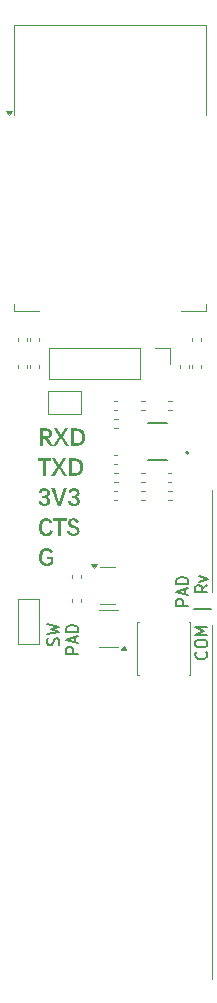
<source format=gbr>
%TF.GenerationSoftware,KiCad,Pcbnew,8.0.2*%
%TF.CreationDate,2024-11-04T20:05:35-05:00*%
%TF.ProjectId,proto,70726f74-6f2e-46b6-9963-61645f706362,rev?*%
%TF.SameCoordinates,Original*%
%TF.FileFunction,Legend,Top*%
%TF.FilePolarity,Positive*%
%FSLAX46Y46*%
G04 Gerber Fmt 4.6, Leading zero omitted, Abs format (unit mm)*
G04 Created by KiCad (PCBNEW 8.0.2) date 2024-11-04 20:05:35*
%MOMM*%
%LPD*%
G01*
G04 APERTURE LIST*
%ADD10C,0.100000*%
%ADD11C,0.150000*%
%ADD12C,0.300000*%
%ADD13C,0.120000*%
%ADD14C,0.127000*%
%ADD15C,0.200000*%
G04 APERTURE END LIST*
D10*
X141986000Y-100076000D02*
X141986000Y-91440000D01*
X141986000Y-102870000D02*
X141986000Y-132842000D01*
D11*
X129022256Y-104619445D02*
X129069875Y-104476588D01*
X129069875Y-104476588D02*
X129069875Y-104238493D01*
X129069875Y-104238493D02*
X129022256Y-104143255D01*
X129022256Y-104143255D02*
X128974636Y-104095636D01*
X128974636Y-104095636D02*
X128879398Y-104048017D01*
X128879398Y-104048017D02*
X128784160Y-104048017D01*
X128784160Y-104048017D02*
X128688922Y-104095636D01*
X128688922Y-104095636D02*
X128641303Y-104143255D01*
X128641303Y-104143255D02*
X128593684Y-104238493D01*
X128593684Y-104238493D02*
X128546065Y-104428969D01*
X128546065Y-104428969D02*
X128498446Y-104524207D01*
X128498446Y-104524207D02*
X128450827Y-104571826D01*
X128450827Y-104571826D02*
X128355589Y-104619445D01*
X128355589Y-104619445D02*
X128260351Y-104619445D01*
X128260351Y-104619445D02*
X128165113Y-104571826D01*
X128165113Y-104571826D02*
X128117494Y-104524207D01*
X128117494Y-104524207D02*
X128069875Y-104428969D01*
X128069875Y-104428969D02*
X128069875Y-104190874D01*
X128069875Y-104190874D02*
X128117494Y-104048017D01*
X128069875Y-103714683D02*
X129069875Y-103476588D01*
X129069875Y-103476588D02*
X128355589Y-103286112D01*
X128355589Y-103286112D02*
X129069875Y-103095636D01*
X129069875Y-103095636D02*
X128069875Y-102857541D01*
X130679819Y-105333731D02*
X129679819Y-105333731D01*
X129679819Y-105333731D02*
X129679819Y-104952779D01*
X129679819Y-104952779D02*
X129727438Y-104857541D01*
X129727438Y-104857541D02*
X129775057Y-104809922D01*
X129775057Y-104809922D02*
X129870295Y-104762303D01*
X129870295Y-104762303D02*
X130013152Y-104762303D01*
X130013152Y-104762303D02*
X130108390Y-104809922D01*
X130108390Y-104809922D02*
X130156009Y-104857541D01*
X130156009Y-104857541D02*
X130203628Y-104952779D01*
X130203628Y-104952779D02*
X130203628Y-105333731D01*
X130394104Y-104381350D02*
X130394104Y-103905160D01*
X130679819Y-104476588D02*
X129679819Y-104143255D01*
X129679819Y-104143255D02*
X130679819Y-103809922D01*
X130679819Y-103476588D02*
X129679819Y-103476588D01*
X129679819Y-103476588D02*
X129679819Y-103238493D01*
X129679819Y-103238493D02*
X129727438Y-103095636D01*
X129727438Y-103095636D02*
X129822676Y-103000398D01*
X129822676Y-103000398D02*
X129917914Y-102952779D01*
X129917914Y-102952779D02*
X130108390Y-102905160D01*
X130108390Y-102905160D02*
X130251247Y-102905160D01*
X130251247Y-102905160D02*
X130441723Y-102952779D01*
X130441723Y-102952779D02*
X130536961Y-103000398D01*
X130536961Y-103000398D02*
X130632200Y-103095636D01*
X130632200Y-103095636D02*
X130679819Y-103238493D01*
X130679819Y-103238493D02*
X130679819Y-103476588D01*
X139991875Y-101269731D02*
X138991875Y-101269731D01*
X138991875Y-101269731D02*
X138991875Y-100888779D01*
X138991875Y-100888779D02*
X139039494Y-100793541D01*
X139039494Y-100793541D02*
X139087113Y-100745922D01*
X139087113Y-100745922D02*
X139182351Y-100698303D01*
X139182351Y-100698303D02*
X139325208Y-100698303D01*
X139325208Y-100698303D02*
X139420446Y-100745922D01*
X139420446Y-100745922D02*
X139468065Y-100793541D01*
X139468065Y-100793541D02*
X139515684Y-100888779D01*
X139515684Y-100888779D02*
X139515684Y-101269731D01*
X139706160Y-100317350D02*
X139706160Y-99841160D01*
X139991875Y-100412588D02*
X138991875Y-100079255D01*
X138991875Y-100079255D02*
X139991875Y-99745922D01*
X139991875Y-99412588D02*
X138991875Y-99412588D01*
X138991875Y-99412588D02*
X138991875Y-99174493D01*
X138991875Y-99174493D02*
X139039494Y-99031636D01*
X139039494Y-99031636D02*
X139134732Y-98936398D01*
X139134732Y-98936398D02*
X139229970Y-98888779D01*
X139229970Y-98888779D02*
X139420446Y-98841160D01*
X139420446Y-98841160D02*
X139563303Y-98841160D01*
X139563303Y-98841160D02*
X139753779Y-98888779D01*
X139753779Y-98888779D02*
X139849017Y-98936398D01*
X139849017Y-98936398D02*
X139944256Y-99031636D01*
X139944256Y-99031636D02*
X139991875Y-99174493D01*
X139991875Y-99174493D02*
X139991875Y-99412588D01*
X141506580Y-105193541D02*
X141554200Y-105241160D01*
X141554200Y-105241160D02*
X141601819Y-105384017D01*
X141601819Y-105384017D02*
X141601819Y-105479255D01*
X141601819Y-105479255D02*
X141554200Y-105622112D01*
X141554200Y-105622112D02*
X141458961Y-105717350D01*
X141458961Y-105717350D02*
X141363723Y-105764969D01*
X141363723Y-105764969D02*
X141173247Y-105812588D01*
X141173247Y-105812588D02*
X141030390Y-105812588D01*
X141030390Y-105812588D02*
X140839914Y-105764969D01*
X140839914Y-105764969D02*
X140744676Y-105717350D01*
X140744676Y-105717350D02*
X140649438Y-105622112D01*
X140649438Y-105622112D02*
X140601819Y-105479255D01*
X140601819Y-105479255D02*
X140601819Y-105384017D01*
X140601819Y-105384017D02*
X140649438Y-105241160D01*
X140649438Y-105241160D02*
X140697057Y-105193541D01*
X140601819Y-104574493D02*
X140601819Y-104384017D01*
X140601819Y-104384017D02*
X140649438Y-104288779D01*
X140649438Y-104288779D02*
X140744676Y-104193541D01*
X140744676Y-104193541D02*
X140935152Y-104145922D01*
X140935152Y-104145922D02*
X141268485Y-104145922D01*
X141268485Y-104145922D02*
X141458961Y-104193541D01*
X141458961Y-104193541D02*
X141554200Y-104288779D01*
X141554200Y-104288779D02*
X141601819Y-104384017D01*
X141601819Y-104384017D02*
X141601819Y-104574493D01*
X141601819Y-104574493D02*
X141554200Y-104669731D01*
X141554200Y-104669731D02*
X141458961Y-104764969D01*
X141458961Y-104764969D02*
X141268485Y-104812588D01*
X141268485Y-104812588D02*
X140935152Y-104812588D01*
X140935152Y-104812588D02*
X140744676Y-104764969D01*
X140744676Y-104764969D02*
X140649438Y-104669731D01*
X140649438Y-104669731D02*
X140601819Y-104574493D01*
X141601819Y-103717350D02*
X140601819Y-103717350D01*
X140601819Y-103717350D02*
X141316104Y-103384017D01*
X141316104Y-103384017D02*
X140601819Y-103050684D01*
X140601819Y-103050684D02*
X141601819Y-103050684D01*
X141935152Y-101574493D02*
X140506580Y-101574493D01*
X141601819Y-99526874D02*
X141125628Y-99860207D01*
X141601819Y-100098302D02*
X140601819Y-100098302D01*
X140601819Y-100098302D02*
X140601819Y-99717350D01*
X140601819Y-99717350D02*
X140649438Y-99622112D01*
X140649438Y-99622112D02*
X140697057Y-99574493D01*
X140697057Y-99574493D02*
X140792295Y-99526874D01*
X140792295Y-99526874D02*
X140935152Y-99526874D01*
X140935152Y-99526874D02*
X141030390Y-99574493D01*
X141030390Y-99574493D02*
X141078009Y-99622112D01*
X141078009Y-99622112D02*
X141125628Y-99717350D01*
X141125628Y-99717350D02*
X141125628Y-100098302D01*
X140912295Y-99260207D02*
X141712295Y-98993540D01*
X141712295Y-98993540D02*
X140912295Y-98726874D01*
D12*
G36*
X128024984Y-86271765D02*
G01*
X128108343Y-86282173D01*
X128183640Y-86300385D01*
X128261295Y-86331498D01*
X128327976Y-86373234D01*
X128336606Y-86380064D01*
X128389853Y-86433065D01*
X128430022Y-86494938D01*
X128457112Y-86565681D01*
X128471125Y-86645294D01*
X128473260Y-86694771D01*
X128467741Y-86769349D01*
X128448341Y-86846297D01*
X128414972Y-86915884D01*
X128384966Y-86958187D01*
X128329740Y-87013477D01*
X128262980Y-87057350D01*
X128193954Y-87086762D01*
X128136205Y-87102900D01*
X128543602Y-87722789D01*
X128260769Y-87722789D01*
X127908692Y-87131843D01*
X127699498Y-87131843D01*
X127699498Y-87722789D01*
X127441578Y-87722789D01*
X127441578Y-86949027D01*
X127699498Y-86949027D01*
X127933605Y-86949027D01*
X128010456Y-86942480D01*
X128082099Y-86920154D01*
X128140235Y-86881983D01*
X128186002Y-86824332D01*
X128210645Y-86751946D01*
X128215339Y-86695503D01*
X128206421Y-86620563D01*
X128172887Y-86549187D01*
X128139868Y-86514519D01*
X128074352Y-86476343D01*
X127998636Y-86456827D01*
X127925545Y-86451871D01*
X127699498Y-86451871D01*
X127699498Y-86949027D01*
X127441578Y-86949027D01*
X127441578Y-86269055D01*
X127949359Y-86269055D01*
X128024984Y-86271765D01*
G37*
G36*
X129068968Y-86958187D02*
G01*
X128603685Y-86269055D01*
X128867834Y-86269055D01*
X129218811Y-86813839D01*
X129566491Y-86269055D01*
X129831739Y-86269055D01*
X129381843Y-86958187D01*
X129874237Y-87722789D01*
X129608989Y-87722789D01*
X129218811Y-87114990D01*
X128825336Y-87722789D01*
X128561187Y-87722789D01*
X129068968Y-86958187D01*
G37*
G36*
X130620326Y-86271912D02*
G01*
X130701991Y-86280481D01*
X130778321Y-86294764D01*
X130849315Y-86314759D01*
X130930556Y-86347788D01*
X131003460Y-86389742D01*
X131068028Y-86440624D01*
X131079942Y-86451871D01*
X131134086Y-86512974D01*
X131179053Y-86582252D01*
X131214843Y-86659706D01*
X131241457Y-86745335D01*
X131256140Y-86819724D01*
X131264950Y-86899345D01*
X131267886Y-86984198D01*
X131264924Y-87067154D01*
X131256037Y-87145937D01*
X131241225Y-87220546D01*
X131220488Y-87290983D01*
X131188807Y-87367884D01*
X131183623Y-87378406D01*
X131143446Y-87447744D01*
X131096328Y-87509579D01*
X131042267Y-87563910D01*
X130981264Y-87610739D01*
X130943288Y-87634129D01*
X130872570Y-87668675D01*
X130796978Y-87694736D01*
X130716513Y-87712312D01*
X130643664Y-87720624D01*
X130580221Y-87722789D01*
X130048626Y-87722789D01*
X130048626Y-87521288D01*
X130306547Y-87521288D01*
X130563734Y-87521288D01*
X130639585Y-87516342D01*
X130719774Y-87498070D01*
X130791023Y-87466334D01*
X130853331Y-87421134D01*
X130892363Y-87380605D01*
X130938187Y-87313551D01*
X130972756Y-87235487D01*
X130993428Y-87159813D01*
X131005832Y-87076050D01*
X131009851Y-87000069D01*
X131009966Y-86984198D01*
X131005770Y-86892405D01*
X130993183Y-86809640D01*
X130972205Y-86735904D01*
X130931181Y-86651635D01*
X130875239Y-86583417D01*
X130804379Y-86531250D01*
X130718601Y-86495134D01*
X130644478Y-86478581D01*
X130561963Y-86471057D01*
X130532593Y-86470556D01*
X130306547Y-86470556D01*
X130306547Y-87521288D01*
X130048626Y-87521288D01*
X130048626Y-86269055D01*
X130533326Y-86269055D01*
X130620326Y-86271912D01*
G37*
G36*
X128402918Y-88809055D02*
G01*
X128402918Y-89010556D01*
X127957419Y-89010556D01*
X127957419Y-90262789D01*
X127699498Y-90262789D01*
X127699498Y-89010556D01*
X127277447Y-89010556D01*
X127277447Y-88809055D01*
X128402918Y-88809055D01*
G37*
G36*
X128919491Y-89498187D02*
G01*
X128454209Y-88809055D01*
X128718357Y-88809055D01*
X129069334Y-89353839D01*
X129417014Y-88809055D01*
X129682262Y-88809055D01*
X129232367Y-89498187D01*
X129724760Y-90262789D01*
X129459512Y-90262789D01*
X129069334Y-89654990D01*
X128675859Y-90262789D01*
X128411711Y-90262789D01*
X128919491Y-89498187D01*
G37*
G36*
X130470850Y-88811912D02*
G01*
X130552514Y-88820481D01*
X130628844Y-88834764D01*
X130699839Y-88854759D01*
X130781079Y-88887788D01*
X130853984Y-88929742D01*
X130918552Y-88980624D01*
X130930465Y-88991871D01*
X130984609Y-89052974D01*
X131029577Y-89122252D01*
X131065367Y-89199706D01*
X131091980Y-89285335D01*
X131106663Y-89359724D01*
X131115473Y-89439345D01*
X131118410Y-89524198D01*
X131115447Y-89607154D01*
X131106560Y-89685937D01*
X131091748Y-89760546D01*
X131071011Y-89830983D01*
X131039330Y-89907884D01*
X131034146Y-89918406D01*
X130993970Y-89987744D01*
X130946851Y-90049579D01*
X130892790Y-90103910D01*
X130831787Y-90150739D01*
X130793811Y-90174129D01*
X130723093Y-90208675D01*
X130647502Y-90234736D01*
X130567036Y-90252312D01*
X130494187Y-90260624D01*
X130430744Y-90262789D01*
X129899150Y-90262789D01*
X129899150Y-90061288D01*
X130157070Y-90061288D01*
X130414258Y-90061288D01*
X130490108Y-90056342D01*
X130570298Y-90038070D01*
X130641547Y-90006334D01*
X130703855Y-89961134D01*
X130742886Y-89920605D01*
X130788710Y-89853551D01*
X130823279Y-89775487D01*
X130843951Y-89699813D01*
X130856355Y-89616050D01*
X130860375Y-89540069D01*
X130860489Y-89524198D01*
X130856294Y-89432405D01*
X130843707Y-89349640D01*
X130822728Y-89275904D01*
X130781704Y-89191635D01*
X130725762Y-89123417D01*
X130654902Y-89071250D01*
X130569124Y-89035134D01*
X130495001Y-89018581D01*
X130412486Y-89011057D01*
X130383117Y-89010556D01*
X130157070Y-89010556D01*
X130157070Y-90061288D01*
X129899150Y-90061288D01*
X129899150Y-88809055D01*
X130383849Y-88809055D01*
X130470850Y-88811912D01*
G37*
G36*
X128309129Y-92397224D02*
G01*
X128304698Y-92472056D01*
X128288329Y-92550571D01*
X128259898Y-92619618D01*
X128212637Y-92686938D01*
X128183099Y-92715960D01*
X128122702Y-92758929D01*
X128051786Y-92791344D01*
X127970352Y-92813205D01*
X127892179Y-92823544D01*
X127821131Y-92826236D01*
X127742095Y-92822707D01*
X127669577Y-92812120D01*
X127593209Y-92790847D01*
X127525712Y-92759967D01*
X127474917Y-92725852D01*
X127418108Y-92669432D01*
X127374075Y-92600556D01*
X127346028Y-92530071D01*
X127327763Y-92450049D01*
X127324341Y-92425434D01*
X127561745Y-92404184D01*
X127578838Y-92479188D01*
X127613884Y-92548853D01*
X127643445Y-92581505D01*
X127710253Y-92620574D01*
X127783034Y-92636648D01*
X127824795Y-92638658D01*
X127901412Y-92630995D01*
X127974546Y-92602181D01*
X128010175Y-92573811D01*
X128051924Y-92511993D01*
X128071570Y-92438723D01*
X128074655Y-92388797D01*
X128063373Y-92312771D01*
X128025685Y-92246106D01*
X127994422Y-92216972D01*
X127923633Y-92179689D01*
X127848428Y-92161764D01*
X127768141Y-92155849D01*
X127758483Y-92155789D01*
X127652604Y-92155789D01*
X127652604Y-91958685D01*
X127756285Y-91958685D01*
X127831205Y-91954107D01*
X127908526Y-91936074D01*
X127975004Y-91900800D01*
X128024343Y-91845247D01*
X128048529Y-91773248D01*
X128051208Y-91734471D01*
X128043016Y-91658874D01*
X128012753Y-91590733D01*
X127992956Y-91568141D01*
X127927580Y-91528696D01*
X127852948Y-91514045D01*
X127826627Y-91513187D01*
X127752528Y-91520605D01*
X127682977Y-91548014D01*
X127625773Y-91604068D01*
X127595216Y-91674753D01*
X127585926Y-91724212D01*
X127347789Y-91706993D01*
X127362259Y-91631419D01*
X127391076Y-91554666D01*
X127432991Y-91488171D01*
X127488003Y-91431934D01*
X127495800Y-91425625D01*
X127563944Y-91381868D01*
X127641613Y-91350612D01*
X127717387Y-91333520D01*
X127800455Y-91325999D01*
X127825528Y-91325608D01*
X127905040Y-91329124D01*
X127988689Y-91342115D01*
X128062520Y-91364677D01*
X128134877Y-91402184D01*
X128166247Y-91425625D01*
X128218499Y-91480672D01*
X128255823Y-91546159D01*
X128278217Y-91622088D01*
X128285565Y-91697091D01*
X128285681Y-91708459D01*
X128278347Y-91785810D01*
X128253336Y-91861806D01*
X128210577Y-91928277D01*
X128156030Y-91978531D01*
X128085812Y-92017550D01*
X128009218Y-92043062D01*
X127980866Y-92049544D01*
X127980866Y-92053574D01*
X128053475Y-92067175D01*
X128125252Y-92093534D01*
X128192700Y-92136553D01*
X128221568Y-92163483D01*
X128267742Y-92225665D01*
X128296815Y-92297721D01*
X128308359Y-92371015D01*
X128309129Y-92397224D01*
G37*
G36*
X128953930Y-92802789D02*
G01*
X128419038Y-91349055D01*
X128680622Y-91349055D01*
X129007785Y-92322485D01*
X129033059Y-92400882D01*
X129056536Y-92479454D01*
X129078216Y-92558199D01*
X129089484Y-92602021D01*
X129110253Y-92524833D01*
X129130426Y-92453369D01*
X129152409Y-92379814D01*
X129168986Y-92327614D01*
X129493951Y-91349055D01*
X129755535Y-91349055D01*
X129221742Y-92802789D01*
X128953930Y-92802789D01*
G37*
G36*
X130820922Y-92397224D02*
G01*
X130816491Y-92472056D01*
X130800122Y-92550571D01*
X130771692Y-92619618D01*
X130724431Y-92686938D01*
X130694893Y-92715960D01*
X130634496Y-92758929D01*
X130563580Y-92791344D01*
X130482145Y-92813205D01*
X130403972Y-92823544D01*
X130332925Y-92826236D01*
X130253889Y-92822707D01*
X130181370Y-92812120D01*
X130105002Y-92790847D01*
X130037505Y-92759967D01*
X129986711Y-92725852D01*
X129929901Y-92669432D01*
X129885869Y-92600556D01*
X129857822Y-92530071D01*
X129839557Y-92450049D01*
X129836135Y-92425434D01*
X130073539Y-92404184D01*
X130090631Y-92479188D01*
X130125677Y-92548853D01*
X130155238Y-92581505D01*
X130222047Y-92620574D01*
X130294827Y-92636648D01*
X130336588Y-92638658D01*
X130413206Y-92630995D01*
X130486340Y-92602181D01*
X130521969Y-92573811D01*
X130563717Y-92511993D01*
X130583363Y-92438723D01*
X130586449Y-92388797D01*
X130575166Y-92312771D01*
X130537478Y-92246106D01*
X130506215Y-92216972D01*
X130435427Y-92179689D01*
X130360222Y-92161764D01*
X130279934Y-92155849D01*
X130270277Y-92155789D01*
X130164397Y-92155789D01*
X130164397Y-91958685D01*
X130268078Y-91958685D01*
X130342998Y-91954107D01*
X130420320Y-91936074D01*
X130486798Y-91900800D01*
X130536137Y-91845247D01*
X130560323Y-91773248D01*
X130563002Y-91734471D01*
X130554810Y-91658874D01*
X130524546Y-91590733D01*
X130504750Y-91568141D01*
X130439373Y-91528696D01*
X130364741Y-91514045D01*
X130338420Y-91513187D01*
X130264322Y-91520605D01*
X130194771Y-91548014D01*
X130137566Y-91604068D01*
X130107010Y-91674753D01*
X130097719Y-91724212D01*
X129859582Y-91706993D01*
X129874053Y-91631419D01*
X129902870Y-91554666D01*
X129944784Y-91488171D01*
X129999796Y-91431934D01*
X130007593Y-91425625D01*
X130075737Y-91381868D01*
X130153406Y-91350612D01*
X130229181Y-91333520D01*
X130312248Y-91325999D01*
X130337321Y-91325608D01*
X130416834Y-91329124D01*
X130500482Y-91342115D01*
X130574313Y-91364677D01*
X130646670Y-91402184D01*
X130678040Y-91425625D01*
X130730293Y-91480672D01*
X130767616Y-91546159D01*
X130790010Y-91622088D01*
X130797358Y-91697091D01*
X130797475Y-91708459D01*
X130790140Y-91785810D01*
X130765130Y-91861806D01*
X130722370Y-91928277D01*
X130667823Y-91978531D01*
X130597606Y-92017550D01*
X130521012Y-92043062D01*
X130492660Y-92049544D01*
X130492660Y-92053574D01*
X130565268Y-92067175D01*
X130637045Y-92093534D01*
X130704494Y-92136553D01*
X130733361Y-92163483D01*
X130779536Y-92225665D01*
X130808609Y-92297721D01*
X130820152Y-92371015D01*
X130820922Y-92397224D01*
G37*
G36*
X127983064Y-95366236D02*
G01*
X127895845Y-95361335D01*
X127814852Y-95346630D01*
X127740083Y-95322122D01*
X127671540Y-95287811D01*
X127609223Y-95243697D01*
X127553130Y-95189780D01*
X127532436Y-95165468D01*
X127485997Y-95098963D01*
X127447428Y-95024926D01*
X127416731Y-94943358D01*
X127393905Y-94854259D01*
X127381311Y-94777557D01*
X127373755Y-94696036D01*
X127371236Y-94609694D01*
X127373715Y-94523947D01*
X127381151Y-94443113D01*
X127393544Y-94367189D01*
X127416007Y-94279192D01*
X127446216Y-94198869D01*
X127484171Y-94126221D01*
X127529872Y-94061247D01*
X127582807Y-94004886D01*
X127642235Y-93958078D01*
X127708158Y-93920822D01*
X127780574Y-93893120D01*
X127859483Y-93874970D01*
X127944887Y-93866372D01*
X127980866Y-93865608D01*
X128054093Y-93868712D01*
X128133274Y-93880180D01*
X128205722Y-93900098D01*
X128280277Y-93933208D01*
X128314258Y-93953902D01*
X128376127Y-94004460D01*
X128429846Y-94067841D01*
X128470162Y-94133818D01*
X128504238Y-94209613D01*
X128512827Y-94233071D01*
X128294840Y-94311107D01*
X128269023Y-94241884D01*
X128230707Y-94178797D01*
X128182000Y-94129390D01*
X128118201Y-94091437D01*
X128044408Y-94071001D01*
X127989659Y-94067108D01*
X127907983Y-94075924D01*
X127836244Y-94102371D01*
X127774443Y-94146449D01*
X127722579Y-94208159D01*
X127686177Y-94275440D01*
X127658716Y-94354188D01*
X127642294Y-94430811D01*
X127632441Y-94515857D01*
X127629248Y-94593164D01*
X127629157Y-94609327D01*
X127631491Y-94687262D01*
X127640455Y-94773747D01*
X127656143Y-94852555D01*
X127678555Y-94923687D01*
X127713198Y-94996972D01*
X127724778Y-95015992D01*
X127770156Y-95073950D01*
X127830302Y-95122756D01*
X127899288Y-95152970D01*
X127977111Y-95164590D01*
X127987461Y-95164736D01*
X128061481Y-95156554D01*
X128133540Y-95128965D01*
X128181634Y-95095493D01*
X128232277Y-95040667D01*
X128272876Y-94971901D01*
X128301069Y-94897290D01*
X128520154Y-94983385D01*
X128491031Y-95051805D01*
X128445367Y-95132563D01*
X128391895Y-95201356D01*
X128330615Y-95258185D01*
X128261526Y-95303051D01*
X128184630Y-95335952D01*
X128099925Y-95356889D01*
X128007413Y-95365862D01*
X127983064Y-95366236D01*
G37*
G36*
X129707175Y-93889055D02*
G01*
X129707175Y-94090556D01*
X129261676Y-94090556D01*
X129261676Y-95342789D01*
X129003755Y-95342789D01*
X129003755Y-94090556D01*
X128581704Y-94090556D01*
X128581704Y-93889055D01*
X129707175Y-93889055D01*
G37*
G36*
X130794544Y-94934659D02*
G01*
X130789855Y-95009655D01*
X130772535Y-95088425D01*
X130742451Y-95157798D01*
X130699605Y-95217774D01*
X130661187Y-95254861D01*
X130597324Y-95298258D01*
X130522100Y-95330996D01*
X130448581Y-95350574D01*
X130366716Y-95362321D01*
X130292120Y-95366127D01*
X130276505Y-95366236D01*
X130196722Y-95362887D01*
X130123611Y-95352841D01*
X130046747Y-95332655D01*
X129978964Y-95303353D01*
X129928092Y-95270981D01*
X129870230Y-95217469D01*
X129823404Y-95151821D01*
X129791485Y-95084424D01*
X129768015Y-95007736D01*
X129762862Y-94984118D01*
X129999167Y-94944184D01*
X130025176Y-95023869D01*
X130064735Y-95087066D01*
X130128012Y-95139960D01*
X130196929Y-95167438D01*
X130279395Y-95178429D01*
X130294457Y-95178658D01*
X130370976Y-95173076D01*
X130445680Y-95151644D01*
X130509230Y-95106324D01*
X130547361Y-95039124D01*
X130559811Y-94964111D01*
X130560071Y-94950046D01*
X130549767Y-94877374D01*
X130533692Y-94842702D01*
X130483340Y-94787678D01*
X130461519Y-94772726D01*
X130393831Y-94739645D01*
X130352709Y-94725465D01*
X130279743Y-94703157D01*
X130218986Y-94685165D01*
X130148192Y-94663672D01*
X130078406Y-94638679D01*
X130007852Y-94606794D01*
X129969491Y-94584048D01*
X129912846Y-94536770D01*
X129864961Y-94475982D01*
X129851156Y-94451791D01*
X129824351Y-94380489D01*
X129811738Y-94303295D01*
X129809757Y-94253221D01*
X129815542Y-94177096D01*
X129836322Y-94099542D01*
X129872214Y-94032062D01*
X129923219Y-93974657D01*
X129930657Y-93968190D01*
X129997175Y-93923310D01*
X130065033Y-93894559D01*
X130141902Y-93875626D01*
X130214961Y-93867211D01*
X130267346Y-93865608D01*
X130341127Y-93868442D01*
X130419228Y-93878910D01*
X130497967Y-93900320D01*
X130565487Y-93931804D01*
X130587914Y-93946208D01*
X130647356Y-93998820D01*
X130695437Y-94065979D01*
X130728638Y-94137890D01*
X130747649Y-94199366D01*
X130510612Y-94240765D01*
X130482787Y-94165820D01*
X130432698Y-94102708D01*
X130363101Y-94063638D01*
X130286199Y-94049175D01*
X130261484Y-94048424D01*
X130184568Y-94056889D01*
X130115505Y-94087693D01*
X130100650Y-94099715D01*
X130058335Y-94160989D01*
X130044285Y-94236568D01*
X130044230Y-94242230D01*
X130055274Y-94315470D01*
X130069875Y-94346278D01*
X130122769Y-94401301D01*
X130146812Y-94416986D01*
X130216171Y-94448370D01*
X130285665Y-94472871D01*
X130345381Y-94491725D01*
X130415981Y-94514192D01*
X130492843Y-94541275D01*
X130565533Y-94571622D01*
X130590845Y-94584415D01*
X130653120Y-94623785D01*
X130707349Y-94673075D01*
X130751195Y-94736056D01*
X130772562Y-94785549D01*
X130789714Y-94859563D01*
X130794544Y-94934659D01*
G37*
G36*
X128025563Y-97906236D02*
G01*
X127949897Y-97903122D01*
X127861465Y-97890471D01*
X127779867Y-97868088D01*
X127705102Y-97835974D01*
X127637171Y-97794129D01*
X127576073Y-97742551D01*
X127542695Y-97706934D01*
X127493300Y-97640779D01*
X127452277Y-97566878D01*
X127419626Y-97485232D01*
X127399533Y-97414337D01*
X127384799Y-97338486D01*
X127375422Y-97257676D01*
X127371404Y-97171910D01*
X127371236Y-97149694D01*
X127373841Y-97062287D01*
X127381655Y-96980136D01*
X127394678Y-96903239D01*
X127412910Y-96831598D01*
X127443026Y-96749436D01*
X127481281Y-96675485D01*
X127527676Y-96609746D01*
X127537932Y-96597583D01*
X127593618Y-96542278D01*
X127656263Y-96496346D01*
X127725867Y-96459788D01*
X127802430Y-96432604D01*
X127885951Y-96414794D01*
X127976431Y-96406358D01*
X128014572Y-96405608D01*
X128091989Y-96408661D01*
X128175537Y-96419938D01*
X128251793Y-96439525D01*
X128320755Y-96467422D01*
X128365549Y-96492436D01*
X128429800Y-96541529D01*
X128484800Y-96601979D01*
X128525337Y-96664190D01*
X128558792Y-96735095D01*
X128567049Y-96756951D01*
X128342468Y-96827660D01*
X128307241Y-96752707D01*
X128260087Y-96693261D01*
X128201007Y-96649323D01*
X128129999Y-96620893D01*
X128047065Y-96607970D01*
X128016770Y-96607108D01*
X127937948Y-96613805D01*
X127858555Y-96637859D01*
X127790566Y-96679407D01*
X127733980Y-96738449D01*
X127727709Y-96747060D01*
X127689308Y-96814144D01*
X127660339Y-96892938D01*
X127643015Y-96969798D01*
X127632621Y-97055261D01*
X127629253Y-97133052D01*
X127629157Y-97149327D01*
X127631741Y-97228475D01*
X127639496Y-97301970D01*
X127655626Y-97382702D01*
X127679201Y-97455293D01*
X127716114Y-97529695D01*
X127735036Y-97558190D01*
X127785320Y-97615291D01*
X127852491Y-97663377D01*
X127930011Y-97693144D01*
X128006331Y-97704163D01*
X128029593Y-97704736D01*
X128112207Y-97698530D01*
X128188545Y-97679912D01*
X128258606Y-97648882D01*
X128322392Y-97605440D01*
X128356023Y-97575043D01*
X128356023Y-97315290D01*
X128027761Y-97315290D01*
X128027761Y-97132475D01*
X128590496Y-97132475D01*
X128590496Y-97667000D01*
X128532865Y-97724905D01*
X128474144Y-97770489D01*
X128408370Y-97810532D01*
X128345032Y-97841023D01*
X128268600Y-97869554D01*
X128189877Y-97889933D01*
X128108865Y-97902160D01*
X128025563Y-97906236D01*
G37*
D13*
%TO.C,C7*%
X130916000Y-98698164D02*
X130916000Y-98913836D01*
X130196000Y-98698164D02*
X130196000Y-98913836D01*
%TO.C,C6*%
X130916000Y-100730164D02*
X130916000Y-100945836D01*
X130196000Y-100730164D02*
X130196000Y-100945836D01*
%TO.C,R3*%
X135990359Y-83948000D02*
X136297641Y-83948000D01*
X135990359Y-84708000D02*
X136297641Y-84708000D01*
%TO.C,R2*%
X138583641Y-84708000D02*
X138276359Y-84708000D01*
X138583641Y-83948000D02*
X138276359Y-83948000D01*
%TO.C,TP3*%
X125592000Y-104516000D02*
X127392000Y-104516000D01*
X127392000Y-104516000D02*
X127392000Y-100716000D01*
X125592000Y-100716000D02*
X125592000Y-104516000D01*
X127392000Y-100716000D02*
X125592000Y-100716000D01*
%TO.C,R15*%
X125604000Y-80872359D02*
X125604000Y-81179641D01*
X126364000Y-80872359D02*
X126364000Y-81179641D01*
%TO.C,R13*%
X140080000Y-81179641D02*
X140080000Y-80872359D01*
X139320000Y-81179641D02*
X139320000Y-80872359D01*
%TO.C,R12*%
X138276359Y-91568000D02*
X138583641Y-91568000D01*
X138276359Y-92328000D02*
X138583641Y-92328000D01*
%TO.C,L2*%
X135662000Y-107162000D02*
X135662000Y-102642000D01*
X140182000Y-107162000D02*
X140182000Y-102642000D01*
X135662000Y-107162000D02*
X135812000Y-107162000D01*
X135662000Y-102642000D02*
X135812000Y-102642000D01*
X140182000Y-107162000D02*
X140032000Y-107162000D01*
X140182000Y-102642000D02*
X140032000Y-102642000D01*
%TO.C,J2*%
X138490000Y-79442000D02*
X138490000Y-80772000D01*
X137160000Y-79442000D02*
X138490000Y-79442000D01*
X135890000Y-79442000D02*
X128210000Y-79442000D01*
X135890000Y-79442000D02*
X135890000Y-82102000D01*
X128210000Y-79442000D02*
X128210000Y-82102000D01*
X135890000Y-82102000D02*
X128210000Y-82102000D01*
%TO.C,C5*%
X138322164Y-90064000D02*
X138537836Y-90064000D01*
X138322164Y-90784000D02*
X138537836Y-90784000D01*
%TO.C,U1*%
X125230000Y-52080000D02*
X141470000Y-52080000D01*
X125230000Y-59700000D02*
X125230000Y-52080000D01*
X125230000Y-76320000D02*
X125230000Y-75700000D01*
X127350000Y-76320000D02*
X125230000Y-76320000D01*
X141470000Y-52080000D02*
X141470000Y-59700000D01*
X141470000Y-75700000D02*
X141470000Y-76320000D01*
X141470000Y-76320000D02*
X139350000Y-76320000D01*
X124800000Y-59700000D02*
X124560000Y-59364000D01*
X125040000Y-59364000D01*
X124800000Y-59700000D01*
G36*
X124800000Y-59700000D02*
G01*
X124560000Y-59364000D01*
X125040000Y-59364000D01*
X124800000Y-59700000D01*
G37*
%TO.C,C3*%
X133965836Y-89260000D02*
X133750164Y-89260000D01*
X133965836Y-88540000D02*
X133750164Y-88540000D01*
%TO.C,U3*%
X133217500Y-104750000D02*
X134017500Y-104750000D01*
X133217500Y-104750000D02*
X132417500Y-104750000D01*
X133217500Y-101630000D02*
X134017500Y-101630000D01*
X133217500Y-101630000D02*
X132417500Y-101630000D01*
X134757500Y-105030000D02*
X134277500Y-105030000D01*
X134517500Y-104700000D01*
X134757500Y-105030000D01*
G36*
X134757500Y-105030000D02*
G01*
X134277500Y-105030000D01*
X134517500Y-104700000D01*
X134757500Y-105030000D01*
G37*
%TO.C,R1*%
X134011641Y-86232000D02*
X133704359Y-86232000D01*
X134011641Y-85472000D02*
X133704359Y-85472000D01*
%TO.C,C2*%
X133937836Y-92308000D02*
X133722164Y-92308000D01*
X133937836Y-91588000D02*
X133722164Y-91588000D01*
%TO.C,R11*%
X126620000Y-80872359D02*
X126620000Y-81179641D01*
X127380000Y-80872359D02*
X127380000Y-81179641D01*
%TO.C,R5*%
X136297641Y-90804000D02*
X135990359Y-90804000D01*
X136297641Y-90044000D02*
X135990359Y-90044000D01*
%TO.C,R9*%
X141096000Y-78586359D02*
X141096000Y-78893641D01*
X140336000Y-78586359D02*
X140336000Y-78893641D01*
%TO.C,D1*%
X133174500Y-98008000D02*
X133824500Y-98008000D01*
X133174500Y-98008000D02*
X132524500Y-98008000D01*
X133174500Y-101128000D02*
X133824500Y-101128000D01*
X133174500Y-101128000D02*
X132524500Y-101128000D01*
X132012000Y-98058000D02*
X131772000Y-97728000D01*
X132252000Y-97728000D01*
X132012000Y-98058000D01*
G36*
X132012000Y-98058000D02*
G01*
X131772000Y-97728000D01*
X132252000Y-97728000D01*
X132012000Y-98058000D01*
G37*
%TO.C,R14*%
X140336000Y-80872359D02*
X140336000Y-81179641D01*
X141096000Y-80872359D02*
X141096000Y-81179641D01*
%TO.C,R7*%
X126620000Y-78893641D02*
X126620000Y-78586359D01*
X127380000Y-78893641D02*
X127380000Y-78586359D01*
%TO.C,C4*%
X126344000Y-78632164D02*
X126344000Y-78847836D01*
X125624000Y-78632164D02*
X125624000Y-78847836D01*
%TO.C,C1*%
X133965836Y-84688000D02*
X133750164Y-84688000D01*
X133965836Y-83968000D02*
X133750164Y-83968000D01*
%TO.C,R4*%
X133704359Y-90044000D02*
X134011641Y-90044000D01*
X133704359Y-90804000D02*
X134011641Y-90804000D01*
D14*
%TO.C,U2*%
X138214000Y-85816000D02*
X136614000Y-85816000D01*
X136614000Y-88936000D02*
X138214000Y-88936000D01*
D15*
X140014000Y-88326000D02*
G75*
G02*
X139814000Y-88326000I-100000J0D01*
G01*
X139814000Y-88326000D02*
G75*
G02*
X140014000Y-88326000I100000J0D01*
G01*
D13*
%TO.C,JP1*%
X130940000Y-85074000D02*
X128140000Y-85074000D01*
X130940000Y-83074000D02*
X130940000Y-85074000D01*
X128140000Y-85074000D02*
X128140000Y-83074000D01*
X128140000Y-83074000D02*
X130940000Y-83074000D01*
%TO.C,R6*%
X135990359Y-91568000D02*
X136297641Y-91568000D01*
X135990359Y-92328000D02*
X136297641Y-92328000D01*
%TD*%
M02*

</source>
